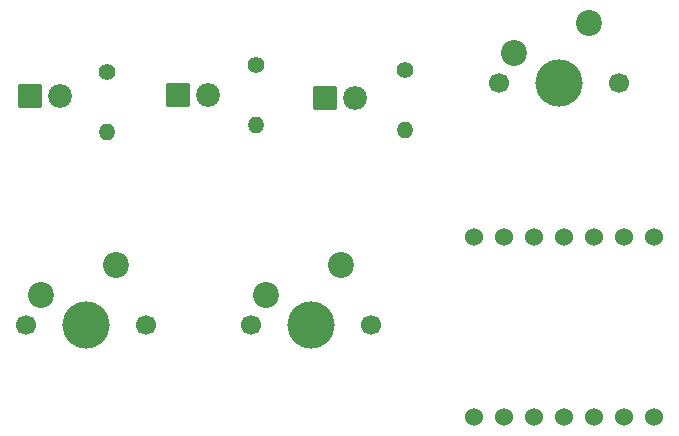
<source format=gbr>
%TF.GenerationSoftware,KiCad,Pcbnew,9.0.1*%
%TF.CreationDate,2025-12-02T23:12:42-05:00*%
%TF.ProjectId,pathfinder,70617468-6669-46e6-9465-722e6b696361,rev?*%
%TF.SameCoordinates,Original*%
%TF.FileFunction,Soldermask,Bot*%
%TF.FilePolarity,Negative*%
%FSLAX46Y46*%
G04 Gerber Fmt 4.6, Leading zero omitted, Abs format (unit mm)*
G04 Created by KiCad (PCBNEW 9.0.1) date 2025-12-02 23:12:42*
%MOMM*%
%LPD*%
G01*
G04 APERTURE LIST*
G04 Aperture macros list*
%AMRoundRect*
0 Rectangle with rounded corners*
0 $1 Rounding radius*
0 $2 $3 $4 $5 $6 $7 $8 $9 X,Y pos of 4 corners*
0 Add a 4 corners polygon primitive as box body*
4,1,4,$2,$3,$4,$5,$6,$7,$8,$9,$2,$3,0*
0 Add four circle primitives for the rounded corners*
1,1,$1+$1,$2,$3*
1,1,$1+$1,$4,$5*
1,1,$1+$1,$6,$7*
1,1,$1+$1,$8,$9*
0 Add four rect primitives between the rounded corners*
20,1,$1+$1,$2,$3,$4,$5,0*
20,1,$1+$1,$4,$5,$6,$7,0*
20,1,$1+$1,$6,$7,$8,$9,0*
20,1,$1+$1,$8,$9,$2,$3,0*%
G04 Aperture macros list end*
%ADD10C,2.019000*%
%ADD11RoundRect,0.102000X-0.907500X-0.907500X0.907500X-0.907500X0.907500X0.907500X-0.907500X0.907500X0*%
%ADD12C,1.524000*%
%ADD13C,1.400000*%
%ADD14O,1.400000X1.400000*%
%ADD15C,1.700000*%
%ADD16C,4.000000*%
%ADD17C,2.200000*%
G04 APERTURE END LIST*
D10*
%TO.C,LED2*%
X134770000Y-54000000D03*
D11*
X132230000Y-54000000D03*
%TD*%
D10*
%TO.C,LED3*%
X147270000Y-54225000D03*
D11*
X144730000Y-54225000D03*
%TD*%
D12*
%TO.C,U1*%
X172540000Y-66000000D03*
X170000000Y-66000000D03*
X167460000Y-66000000D03*
X164920000Y-66000000D03*
X162380000Y-66000000D03*
X159840000Y-66000000D03*
X157300000Y-66000000D03*
X157300000Y-81240000D03*
X159840000Y-81240000D03*
X162380000Y-81240000D03*
X164920000Y-81240000D03*
X167460000Y-81240000D03*
X170000000Y-81240000D03*
X172540000Y-81240000D03*
%TD*%
D13*
%TO.C,R1*%
X126250000Y-52085000D03*
D14*
X126250000Y-57165000D03*
%TD*%
D15*
%TO.C,SW2*%
X138420000Y-73500000D03*
D16*
X143500000Y-73500000D03*
D15*
X148580000Y-73500000D03*
D17*
X146040000Y-68420000D03*
X139690000Y-70960000D03*
%TD*%
D10*
%TO.C,LED1*%
X122275000Y-54125000D03*
D11*
X119735000Y-54125000D03*
%TD*%
D13*
%TO.C,R2*%
X138900000Y-51460000D03*
D14*
X138900000Y-56540000D03*
%TD*%
D15*
%TO.C,SW3*%
X159420000Y-53000000D03*
D16*
X164500000Y-53000000D03*
D15*
X169580000Y-53000000D03*
D17*
X167040000Y-47920000D03*
X160690000Y-50460000D03*
%TD*%
D13*
%TO.C,R3*%
X151500000Y-51860000D03*
D14*
X151500000Y-56940000D03*
%TD*%
D15*
%TO.C,SW1*%
X119420000Y-73500000D03*
D16*
X124500000Y-73500000D03*
D15*
X129580000Y-73500000D03*
D17*
X127040000Y-68420000D03*
X120690000Y-70960000D03*
%TD*%
M02*

</source>
